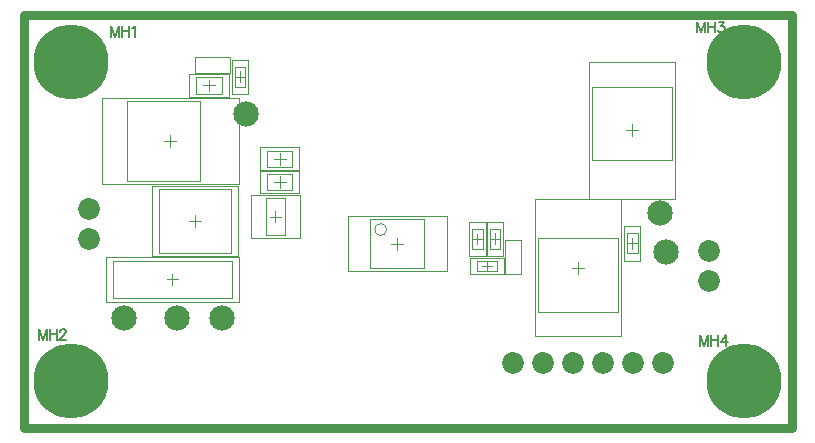
<source format=gbs>
G04*
G04 #@! TF.GenerationSoftware,Altium Limited,Altium Designer,18.1.11 (251)*
G04*
G04 Layer_Color=16711935*
%FSLAX25Y25*%
%MOIN*%
G70*
G01*
G75*
%ADD13C,0.00197*%
%ADD15C,0.00650*%
%ADD16C,0.03000*%
%ADD17C,0.00394*%
%ADD46C,0.25000*%
%ADD47C,0.07284*%
%ADD54C,0.08465*%
D13*
X75590Y77756D02*
X92126D01*
X75590Y63189D02*
X92126D01*
X75590D02*
Y77756D01*
X92126Y63189D02*
Y77756D01*
X91780Y78150D02*
Y85630D01*
X78787Y78150D02*
Y85630D01*
Y78150D02*
X91780D01*
X78787Y85630D02*
X91780D01*
X74756Y111343D02*
Y122760D01*
X69244Y111343D02*
Y122760D01*
X74756D01*
X69244Y111343D02*
X74756D01*
X57142Y118441D02*
X68362D01*
X68559D02*
Y123559D01*
X57142D02*
X68362D01*
X57142Y118441D02*
Y123559D01*
X27468Y42020D02*
Y56980D01*
X71563Y42020D02*
Y56980D01*
X27468D02*
X71563D01*
X27468Y42020D02*
X71563D01*
X25984Y109941D02*
X71653D01*
X25984Y81398D02*
X71653D01*
X25984D02*
Y109941D01*
X71653Y81398D02*
Y109941D01*
X42630Y80614D02*
X71370D01*
X42630Y57386D02*
X71370D01*
X42630D02*
Y80614D01*
X71370Y57386D02*
Y80614D01*
X55118Y110236D02*
X68504D01*
X55118Y118110D02*
X68504D01*
Y110236D02*
Y118110D01*
X55118Y110236D02*
Y118110D01*
X107874Y52165D02*
X140945D01*
X107874Y70669D02*
X140945D01*
Y52165D02*
Y70669D01*
X107874Y52165D02*
Y70669D01*
X160433Y51378D02*
X165551D01*
X160433D02*
Y62598D01*
Y62795D02*
X165551D01*
Y51378D02*
Y62598D01*
X217028Y76378D02*
Y122047D01*
X188484Y76378D02*
Y122047D01*
X217028D01*
X188484Y76378D02*
X217028D01*
X170374Y30512D02*
Y76181D01*
X198917Y30512D02*
Y76181D01*
X170374Y30512D02*
X198917D01*
X170374Y76181D02*
X198917D01*
X200000Y55807D02*
Y67224D01*
X205512Y55807D02*
Y67224D01*
X200000Y55807D02*
X205512D01*
X200000Y67224D02*
X205512D01*
X78787Y86024D02*
Y93504D01*
X91780Y86024D02*
Y93504D01*
X78787D02*
X91780D01*
X78787Y86024D02*
X91780D01*
X153937Y57284D02*
Y68701D01*
X148425Y57284D02*
Y68701D01*
X153937D01*
X148425Y57284D02*
X153937D01*
X160039Y51181D02*
Y56693D01*
X148622Y51181D02*
Y56693D01*
Y51181D02*
X160039D01*
X148622Y56693D02*
X160039D01*
X154331Y68799D02*
X159843D01*
X154331Y57382D02*
X159843D01*
Y68799D01*
X154331Y57382D02*
Y68799D01*
D15*
X225385Y30878D02*
Y27379D01*
Y30878D02*
X226718Y27379D01*
X228051Y30878D02*
X226718Y27379D01*
X228051Y30878D02*
Y27379D01*
X229051Y30878D02*
Y27379D01*
X231383Y30878D02*
Y27379D01*
X229051Y29212D02*
X231383D01*
X234016Y30878D02*
X232350Y28545D01*
X234849D01*
X234016Y30878D02*
Y27379D01*
X224380Y135393D02*
Y131894D01*
Y135393D02*
X225713Y131894D01*
X227046Y135393D02*
X225713Y131894D01*
X227046Y135393D02*
Y131894D01*
X228046Y135393D02*
Y131894D01*
X230379Y135393D02*
Y131894D01*
X228046Y133727D02*
X230379D01*
X231678Y135393D02*
X233511D01*
X232511Y134060D01*
X233011D01*
X233345Y133893D01*
X233511Y133727D01*
X233678Y133227D01*
Y132893D01*
X233511Y132393D01*
X233178Y132060D01*
X232678Y131894D01*
X232178D01*
X231678Y132060D01*
X231512Y132227D01*
X231345Y132560D01*
X4891Y32873D02*
Y29374D01*
Y32873D02*
X6224Y29374D01*
X7557Y32873D02*
X6224Y29374D01*
X7557Y32873D02*
Y29374D01*
X8557Y32873D02*
Y29374D01*
X10890Y32873D02*
Y29374D01*
X8557Y31207D02*
X10890D01*
X12023Y32040D02*
Y32207D01*
X12190Y32540D01*
X12356Y32707D01*
X12689Y32873D01*
X13356D01*
X13689Y32707D01*
X13856Y32540D01*
X14023Y32207D01*
Y31874D01*
X13856Y31540D01*
X13523Y31040D01*
X11856Y29374D01*
X14189D01*
X29097Y133873D02*
Y130374D01*
Y133873D02*
X30430Y130374D01*
X31763Y133873D02*
X30430Y130374D01*
X31763Y133873D02*
Y130374D01*
X32763Y133873D02*
Y130374D01*
X35096Y133873D02*
Y130374D01*
X32763Y132207D02*
X35096D01*
X36062Y133207D02*
X36395Y133373D01*
X36895Y133873D01*
Y130374D01*
D16*
X0Y137795D02*
X255906D01*
X0Y0D02*
Y137795D01*
X255906Y0D02*
Y137795D01*
X0Y0D02*
X255906D01*
D17*
X120866Y66142D02*
G03*
X120866Y66142I-1969J0D01*
G01*
X80610Y76673D02*
X87106D01*
X80610Y64272D02*
X87106D01*
X80610D02*
Y76673D01*
X87106Y64272D02*
Y76673D01*
X89417Y79232D02*
Y84547D01*
X81150Y79232D02*
Y84547D01*
Y79232D02*
X89417D01*
X81150Y84547D02*
X89417D01*
X73772Y113705D02*
Y120398D01*
X70228Y113705D02*
Y120398D01*
X73772D01*
X70228Y113705D02*
X73772D01*
X29831Y43201D02*
Y55799D01*
X69201Y43201D02*
Y55799D01*
X29831D02*
X69201D01*
X29831Y43201D02*
X69201D01*
X34252Y108957D02*
X58661D01*
X34252Y82382D02*
X58661D01*
X34252D02*
Y108957D01*
X58661Y82382D02*
Y108957D01*
X44992Y79630D02*
X69008D01*
X44992Y58370D02*
X69008D01*
X44992D02*
Y79630D01*
X69008Y58370D02*
Y79630D01*
X57480Y111319D02*
X66142D01*
X57480Y117028D02*
X66142D01*
Y111319D02*
Y117028D01*
X57480Y111319D02*
Y117028D01*
X115354Y53150D02*
X133465D01*
X115354Y69685D02*
X133465D01*
Y53150D02*
Y69685D01*
X115354Y53150D02*
Y69685D01*
X216043Y89370D02*
Y113779D01*
X189469Y89370D02*
Y113779D01*
X216043D01*
X189469Y89370D02*
X216043D01*
X171358Y38780D02*
Y63189D01*
X197933Y38780D02*
Y63189D01*
X171358Y38780D02*
X197933D01*
X171358Y63189D02*
X197933D01*
X200984Y58169D02*
Y64862D01*
X204527Y58169D02*
Y64862D01*
X200984Y58169D02*
X204527D01*
X200984Y64862D02*
X204527D01*
X81150Y87106D02*
Y92421D01*
X89417Y87106D02*
Y92421D01*
X81150D02*
X89417D01*
X81150Y87106D02*
X89417D01*
X152953Y59646D02*
Y66339D01*
X149409Y59646D02*
Y66339D01*
X152953D01*
X149409Y59646D02*
X152953D01*
X157677Y52165D02*
Y55709D01*
X150984Y52165D02*
Y55709D01*
Y52165D02*
X157677D01*
X150984Y55709D02*
X157677D01*
X155315Y66437D02*
X158858D01*
X155315Y59744D02*
X158858D01*
Y66437D01*
X155315Y59744D02*
Y66437D01*
X83858Y68504D02*
Y72441D01*
X81890Y70472D02*
X85827D01*
X83315Y81890D02*
X87252D01*
X85283Y79921D02*
Y83858D01*
X70228Y117051D02*
X73772D01*
X72000Y115279D02*
Y118823D01*
X47547Y49500D02*
X51484D01*
X49516Y47532D02*
Y51468D01*
X48819Y93701D02*
Y97638D01*
X46850Y95669D02*
X50787D01*
X57000Y67032D02*
Y70969D01*
X55032Y69000D02*
X58969D01*
X61811Y112205D02*
Y116142D01*
X59842Y114173D02*
X63779D01*
X124409Y59449D02*
Y63386D01*
X122441Y61417D02*
X126378D01*
X200787Y99213D02*
X204724D01*
X202756Y97244D02*
Y101181D01*
X182677Y53347D02*
X186614D01*
X184646Y51378D02*
Y55315D01*
X200984Y61516D02*
X204527D01*
X202756Y59744D02*
Y63287D01*
X83315Y89764D02*
X87252D01*
X85283Y87795D02*
Y91732D01*
X149409Y62992D02*
X152953D01*
X151181Y61221D02*
Y64764D01*
X152559Y53937D02*
X156102D01*
X154331Y52165D02*
Y55709D01*
X157087Y61319D02*
Y64862D01*
X155315Y63090D02*
X158858D01*
D46*
X15748Y122047D02*
D03*
Y15748D02*
D03*
X240158D02*
D03*
Y122047D02*
D03*
D47*
X172913Y21654D02*
D03*
X182913D02*
D03*
X162913D02*
D03*
X202913D02*
D03*
X192913D02*
D03*
X212913D02*
D03*
X228346Y58819D02*
D03*
Y48819D02*
D03*
X21654Y62992D02*
D03*
Y72992D02*
D03*
D54*
X74000Y104500D02*
D03*
X212000Y71500D02*
D03*
X214000Y58500D02*
D03*
X66000Y36500D02*
D03*
X33500D02*
D03*
X51000D02*
D03*
M02*

</source>
